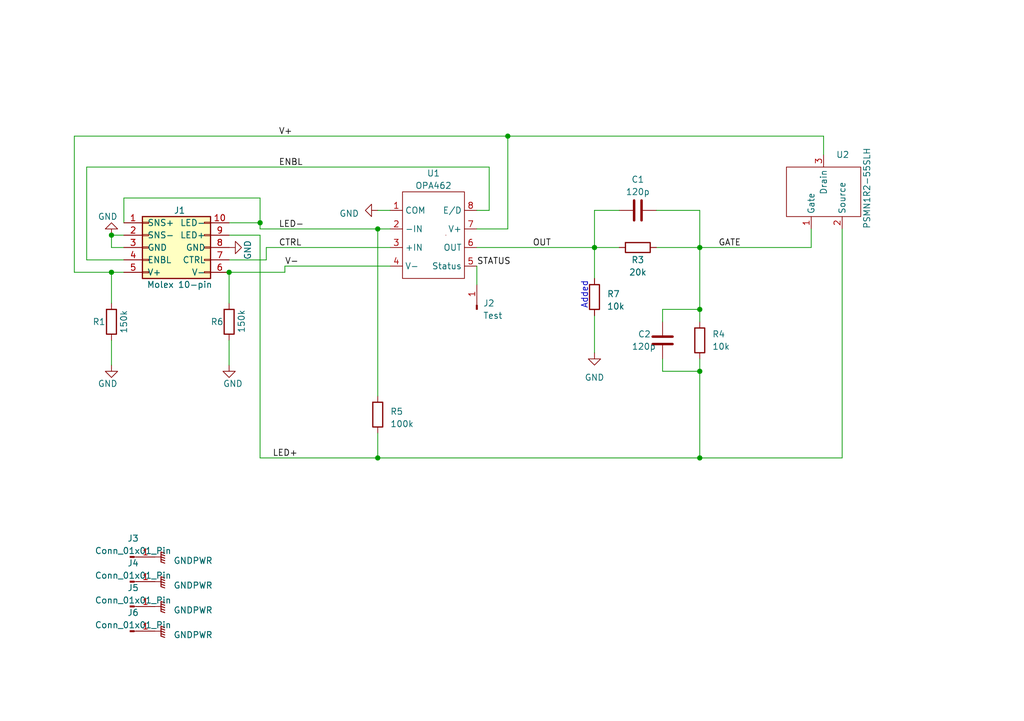
<source format=kicad_sch>
(kicad_sch (version 20230121) (generator eeschema)

  (uuid d8603679-3e7b-4337-8dbc-1827f5f54d8a)

  (paper "A5")

  (title_block
    (title "SBC LED driver")
    (date "2023-05-30")
    (rev "v2b")
    (company "SBC / Northwestern University")
    (comment 2 "Edited 20240305 with correct MOSFET and additional external resistor")
    (comment 3 "Modified by: Zhiheng Sheng")
    (comment 4 "Author: Shilin Ray")
  )

  (lib_symbols
    (symbol "Connector:Conn_01x01_Pin" (pin_names (offset 1.016) hide) (in_bom yes) (on_board yes)
      (property "Reference" "J" (at 0 2.54 0)
        (effects (font (size 1.27 1.27)))
      )
      (property "Value" "Conn_01x01_Pin" (at 0 -2.54 0)
        (effects (font (size 1.27 1.27)))
      )
      (property "Footprint" "" (at 0 0 0)
        (effects (font (size 1.27 1.27)) hide)
      )
      (property "Datasheet" "~" (at 0 0 0)
        (effects (font (size 1.27 1.27)) hide)
      )
      (property "ki_locked" "" (at 0 0 0)
        (effects (font (size 1.27 1.27)))
      )
      (property "ki_keywords" "connector" (at 0 0 0)
        (effects (font (size 1.27 1.27)) hide)
      )
      (property "ki_description" "Generic connector, single row, 01x01, script generated" (at 0 0 0)
        (effects (font (size 1.27 1.27)) hide)
      )
      (property "ki_fp_filters" "Connector*:*_1x??_*" (at 0 0 0)
        (effects (font (size 1.27 1.27)) hide)
      )
      (symbol "Conn_01x01_Pin_1_1"
        (polyline
          (pts
            (xy 1.27 0)
            (xy 0.8636 0)
          )
          (stroke (width 0.1524) (type default))
          (fill (type none))
        )
        (rectangle (start 0.8636 0.127) (end 0 -0.127)
          (stroke (width 0.1524) (type default))
          (fill (type outline))
        )
        (pin passive line (at 5.08 0 180) (length 3.81)
          (name "Pin_1" (effects (font (size 1.27 1.27))))
          (number "1" (effects (font (size 1.27 1.27))))
        )
      )
    )
    (symbol "Device:C" (pin_numbers hide) (pin_names (offset 0.254)) (in_bom yes) (on_board yes)
      (property "Reference" "C" (at 0.635 2.54 0)
        (effects (font (size 1.27 1.27)) (justify left))
      )
      (property "Value" "C" (at 0.635 -2.54 0)
        (effects (font (size 1.27 1.27)) (justify left))
      )
      (property "Footprint" "" (at 0.9652 -3.81 0)
        (effects (font (size 1.27 1.27)) hide)
      )
      (property "Datasheet" "~" (at 0 0 0)
        (effects (font (size 1.27 1.27)) hide)
      )
      (property "ki_keywords" "cap capacitor" (at 0 0 0)
        (effects (font (size 1.27 1.27)) hide)
      )
      (property "ki_description" "Unpolarized capacitor" (at 0 0 0)
        (effects (font (size 1.27 1.27)) hide)
      )
      (property "ki_fp_filters" "C_*" (at 0 0 0)
        (effects (font (size 1.27 1.27)) hide)
      )
      (symbol "C_0_1"
        (polyline
          (pts
            (xy -2.032 -0.762)
            (xy 2.032 -0.762)
          )
          (stroke (width 0.508) (type default))
          (fill (type none))
        )
        (polyline
          (pts
            (xy -2.032 0.762)
            (xy 2.032 0.762)
          )
          (stroke (width 0.508) (type default))
          (fill (type none))
        )
      )
      (symbol "C_1_1"
        (pin passive line (at 0 3.81 270) (length 2.794)
          (name "~" (effects (font (size 1.27 1.27))))
          (number "1" (effects (font (size 1.27 1.27))))
        )
        (pin passive line (at 0 -3.81 90) (length 2.794)
          (name "~" (effects (font (size 1.27 1.27))))
          (number "2" (effects (font (size 1.27 1.27))))
        )
      )
    )
    (symbol "Device:R" (pin_numbers hide) (pin_names (offset 0)) (in_bom yes) (on_board yes)
      (property "Reference" "R" (at 2.032 0 90)
        (effects (font (size 1.27 1.27)))
      )
      (property "Value" "R" (at 0 0 90)
        (effects (font (size 1.27 1.27)))
      )
      (property "Footprint" "" (at -1.778 0 90)
        (effects (font (size 1.27 1.27)) hide)
      )
      (property "Datasheet" "~" (at 0 0 0)
        (effects (font (size 1.27 1.27)) hide)
      )
      (property "ki_keywords" "R res resistor" (at 0 0 0)
        (effects (font (size 1.27 1.27)) hide)
      )
      (property "ki_description" "Resistor" (at 0 0 0)
        (effects (font (size 1.27 1.27)) hide)
      )
      (property "ki_fp_filters" "R_*" (at 0 0 0)
        (effects (font (size 1.27 1.27)) hide)
      )
      (symbol "R_0_1"
        (rectangle (start -1.016 -2.54) (end 1.016 2.54)
          (stroke (width 0.254) (type default))
          (fill (type none))
        )
      )
      (symbol "R_1_1"
        (pin passive line (at 0 3.81 270) (length 1.27)
          (name "~" (effects (font (size 1.27 1.27))))
          (number "1" (effects (font (size 1.27 1.27))))
        )
        (pin passive line (at 0 -3.81 90) (length 1.27)
          (name "~" (effects (font (size 1.27 1.27))))
          (number "2" (effects (font (size 1.27 1.27))))
        )
      )
    )
    (symbol "GND_1" (power) (pin_names (offset 0)) (in_bom yes) (on_board yes)
      (property "Reference" "#PWR" (at 0 -6.35 0)
        (effects (font (size 1.27 1.27)) hide)
      )
      (property "Value" "GND_1" (at 0 -3.81 0)
        (effects (font (size 1.27 1.27)))
      )
      (property "Footprint" "" (at 0 0 0)
        (effects (font (size 1.27 1.27)) hide)
      )
      (property "Datasheet" "" (at 0 0 0)
        (effects (font (size 1.27 1.27)) hide)
      )
      (property "ki_keywords" "global power" (at 0 0 0)
        (effects (font (size 1.27 1.27)) hide)
      )
      (property "ki_description" "Power symbol creates a global label with name \"GND\" , ground" (at 0 0 0)
        (effects (font (size 1.27 1.27)) hide)
      )
      (symbol "GND_1_0_1"
        (polyline
          (pts
            (xy 0 0)
            (xy 0 -1.27)
            (xy 1.27 -1.27)
            (xy 0 -2.54)
            (xy -1.27 -1.27)
            (xy 0 -1.27)
          )
          (stroke (width 0) (type default))
          (fill (type none))
        )
      )
      (symbol "GND_1_1_1"
        (pin power_in line (at 0 0 270) (length 0) hide
          (name "GND" (effects (font (size 1.27 1.27))))
          (number "1" (effects (font (size 1.27 1.27))))
        )
      )
    )
    (symbol "GND_2" (power) (pin_names (offset 0)) (in_bom yes) (on_board yes)
      (property "Reference" "#PWR" (at 0 -6.35 0)
        (effects (font (size 1.27 1.27)) hide)
      )
      (property "Value" "GND_2" (at 0 -3.81 0)
        (effects (font (size 1.27 1.27)))
      )
      (property "Footprint" "" (at 0 0 0)
        (effects (font (size 1.27 1.27)) hide)
      )
      (property "Datasheet" "" (at 0 0 0)
        (effects (font (size 1.27 1.27)) hide)
      )
      (property "ki_keywords" "global power" (at 0 0 0)
        (effects (font (size 1.27 1.27)) hide)
      )
      (property "ki_description" "Power symbol creates a global label with name \"GND\" , ground" (at 0 0 0)
        (effects (font (size 1.27 1.27)) hide)
      )
      (symbol "GND_2_0_1"
        (polyline
          (pts
            (xy 0 0)
            (xy 0 -1.27)
            (xy 1.27 -1.27)
            (xy 0 -2.54)
            (xy -1.27 -1.27)
            (xy 0 -1.27)
          )
          (stroke (width 0) (type default))
          (fill (type none))
        )
      )
      (symbol "GND_2_1_1"
        (pin power_in line (at 0 0 270) (length 0) hide
          (name "GND" (effects (font (size 1.27 1.27))))
          (number "1" (effects (font (size 1.27 1.27))))
        )
      )
    )
    (symbol "GND_3" (power) (pin_names (offset 0)) (in_bom yes) (on_board yes)
      (property "Reference" "#PWR" (at 0 -6.35 0)
        (effects (font (size 1.27 1.27)) hide)
      )
      (property "Value" "GND_3" (at 0 -3.81 0)
        (effects (font (size 1.27 1.27)))
      )
      (property "Footprint" "" (at 0 0 0)
        (effects (font (size 1.27 1.27)) hide)
      )
      (property "Datasheet" "" (at 0 0 0)
        (effects (font (size 1.27 1.27)) hide)
      )
      (property "ki_keywords" "global power" (at 0 0 0)
        (effects (font (size 1.27 1.27)) hide)
      )
      (property "ki_description" "Power symbol creates a global label with name \"GND\" , ground" (at 0 0 0)
        (effects (font (size 1.27 1.27)) hide)
      )
      (symbol "GND_3_0_1"
        (polyline
          (pts
            (xy 0 0)
            (xy 0 -1.27)
            (xy 1.27 -1.27)
            (xy 0 -2.54)
            (xy -1.27 -1.27)
            (xy 0 -1.27)
          )
          (stroke (width 0) (type default))
          (fill (type none))
        )
      )
      (symbol "GND_3_1_1"
        (pin power_in line (at 0 0 270) (length 0) hide
          (name "GND" (effects (font (size 1.27 1.27))))
          (number "1" (effects (font (size 1.27 1.27))))
        )
      )
    )
    (symbol "led_driver:BUK7S2R5-40H" (in_bom yes) (on_board yes)
      (property "Reference" "U2" (at -8.89 -16.51 90)
        (effects (font (size 1.27 1.27)) (justify left))
      )
      (property "Value" "BUK7S2R5-40H" (at 8.89 -22.86 90)
        (effects (font (size 1.27 1.27)) (justify left))
      )
      (property "Footprint" "Shilin's Footprints:BUK7S2R5-40H_footprint" (at 0 0 0)
        (effects (font (size 1.27 1.27)) hide)
      )
      (property "Datasheet" "" (at 0 0 0)
        (effects (font (size 1.27 1.27)) hide)
      )
      (symbol "BUK7S2R5-40H_0_1"
        (rectangle (start 7.62 -20.32) (end -7.62 -10.16)
          (stroke (width 0) (type default))
          (fill (type none))
        )
        (rectangle (start 7.62 -15.24) (end 7.62 -15.24)
          (stroke (width 0) (type default))
          (fill (type none))
        )
      )
      (symbol "BUK7S2R5-40H_1_1"
        (pin input line (at -2.54 -22.86 90) (length 2.54)
          (name "Gate" (effects (font (size 1.27 1.27))))
          (number "1" (effects (font (size 1.27 1.27))))
        )
        (pin input line (at 3.81 -22.86 90) (length 2.54)
          (name "Source" (effects (font (size 1.27 1.27))))
          (number "2" (effects (font (size 1.27 1.27))))
        )
        (pin input line (at 0 -7.62 270) (length 2.54)
          (name "Drain" (effects (font (size 1.27 1.27))))
          (number "3" (effects (font (size 1.27 1.27))))
        )
      )
    )
    (symbol "led_driver:Molex_10-pin" (pin_names (offset 1.016)) (in_bom yes) (on_board yes)
      (property "Reference" "J1" (at 6.35 7.62 0)
        (effects (font (size 1.27 1.27)))
      )
      (property "Value" "Molex 10-pin" (at 6.35 -7.62 0)
        (effects (font (size 1.27 1.27)))
      )
      (property "Footprint" "Connector_PinHeader_2.54mm:PinHeader_2x05_P2.54mm_Vertical" (at 2.54 12.7 0)
        (effects (font (size 1.27 1.27)) hide)
      )
      (property "Datasheet" "~" (at 10.16 10.16 0)
        (effects (font (size 1.27 1.27)) hide)
      )
      (property "ki_keywords" "connector" (at 0 0 0)
        (effects (font (size 1.27 1.27)) hide)
      )
      (property "ki_description" "Generic connector, double row, 02x05, counter clockwise pin numbering scheme (similar to DIP package numbering), script generated (kicad-library-utils/schlib/autogen/connector/)" (at 0 0 0)
        (effects (font (size 1.27 1.27)) hide)
      )
      (property "ki_fp_filters" "Connector*:*_2x??_*" (at 0 0 0)
        (effects (font (size 1.27 1.27)) hide)
      )
      (symbol "Molex_10-pin_1_1"
        (rectangle (start -1.27 -4.953) (end 0 -5.207)
          (stroke (width 0.1524) (type default))
          (fill (type none))
        )
        (rectangle (start -1.27 -2.413) (end 0 -2.667)
          (stroke (width 0.1524) (type default))
          (fill (type none))
        )
        (rectangle (start -1.27 0.127) (end 0 -0.127)
          (stroke (width 0.1524) (type default))
          (fill (type none))
        )
        (rectangle (start -1.27 2.667) (end 0 2.413)
          (stroke (width 0.1524) (type default))
          (fill (type none))
        )
        (rectangle (start -1.27 5.207) (end 0 4.953)
          (stroke (width 0.1524) (type default))
          (fill (type none))
        )
        (rectangle (start -1.27 6.35) (end 12.7 -6.35)
          (stroke (width 0.254) (type default))
          (fill (type background))
        )
        (rectangle (start 11.43 5.207) (end 12.7 4.953)
          (stroke (width 0.1524) (type default))
          (fill (type none))
        )
        (rectangle (start 12.7 -4.953) (end 11.43 -5.207)
          (stroke (width 0.1524) (type default))
          (fill (type none))
        )
        (rectangle (start 12.7 -2.413) (end 11.43 -2.667)
          (stroke (width 0.1524) (type default))
          (fill (type none))
        )
        (rectangle (start 12.7 0.127) (end 11.43 -0.127)
          (stroke (width 0.1524) (type default))
          (fill (type none))
        )
        (rectangle (start 12.7 2.667) (end 11.43 2.413)
          (stroke (width 0.1524) (type default))
          (fill (type none))
        )
        (pin passive line (at -5.08 5.08 0) (length 3.81)
          (name "SNS+" (effects (font (size 1.27 1.27))))
          (number "1" (effects (font (size 1.27 1.27))))
        )
        (pin passive line (at 16.51 5.08 180) (length 3.81)
          (name "LED-" (effects (font (size 1.27 1.27))))
          (number "10" (effects (font (size 1.27 1.27))))
        )
        (pin passive line (at -5.08 2.54 0) (length 3.81)
          (name "SNS-" (effects (font (size 1.27 1.27))))
          (number "2" (effects (font (size 1.27 1.27))))
        )
        (pin passive line (at -5.08 0 0) (length 3.81)
          (name "GND" (effects (font (size 1.27 1.27))))
          (number "3" (effects (font (size 1.27 1.27))))
        )
        (pin passive line (at -5.08 -2.54 0) (length 3.81)
          (name "ENBL" (effects (font (size 1.27 1.27))))
          (number "4" (effects (font (size 1.27 1.27))))
        )
        (pin passive line (at -5.08 -5.08 0) (length 3.81)
          (name "V+" (effects (font (size 1.27 1.27))))
          (number "5" (effects (font (size 1.27 1.27))))
        )
        (pin passive line (at 16.51 -5.08 180) (length 3.81)
          (name "V-" (effects (font (size 1.27 1.27))))
          (number "6" (effects (font (size 1.27 1.27))))
        )
        (pin passive line (at 16.51 -2.54 180) (length 3.81)
          (name "CTRL" (effects (font (size 1.27 1.27))))
          (number "7" (effects (font (size 1.27 1.27))))
        )
        (pin passive line (at 16.51 0 180) (length 3.81)
          (name "GND" (effects (font (size 1.27 1.27))))
          (number "8" (effects (font (size 1.27 1.27))))
        )
        (pin passive line (at 16.51 2.54 180) (length 3.81)
          (name "LED+" (effects (font (size 1.27 1.27))))
          (number "9" (effects (font (size 1.27 1.27))))
        )
      )
    )
    (symbol "led_driver:OPA462" (in_bom yes) (on_board yes)
      (property "Reference" "U1" (at -1.27 10.16 0)
        (effects (font (size 1.27 1.27)) (justify left))
      )
      (property "Value" "OPA462" (at -3.81 -10.16 0)
        (effects (font (size 1.27 1.27)) (justify left))
      )
      (property "Footprint" "Package_DIP:DIP-8_W7.62mm" (at -1.27 11.43 0)
        (effects (font (size 1.27 1.27)) hide)
      )
      (property "Datasheet" "" (at -1.27 11.43 0)
        (effects (font (size 1.27 1.27)) hide)
      )
      (symbol "OPA462_0_1"
        (rectangle (start -6.35 8.89) (end 6.35 -8.89)
          (stroke (width 0) (type default))
          (fill (type none))
        )
        (rectangle (start 2.54 0) (end 2.54 0)
          (stroke (width 0) (type default))
          (fill (type none))
        )
      )
      (symbol "OPA462_1_1"
        (pin input line (at -8.89 5.08 0) (length 2.54)
          (name "COM" (effects (font (size 1.27 1.27))))
          (number "1" (effects (font (size 1.27 1.27))))
        )
        (pin input line (at -8.89 1.27 0) (length 2.54)
          (name "-IN" (effects (font (size 1.27 1.27))))
          (number "2" (effects (font (size 1.27 1.27))))
        )
        (pin input line (at -8.89 -2.54 0) (length 2.54)
          (name "+IN" (effects (font (size 1.27 1.27))))
          (number "3" (effects (font (size 1.27 1.27))))
        )
        (pin input line (at -8.89 -6.35 0) (length 2.54)
          (name "V-" (effects (font (size 1.27 1.27))))
          (number "4" (effects (font (size 1.27 1.27))))
        )
        (pin output line (at 8.89 -6.35 180) (length 2.54)
          (name "Status" (effects (font (size 1.27 1.27))))
          (number "5" (effects (font (size 1.27 1.27))))
        )
        (pin output line (at 8.89 -2.54 180) (length 2.54)
          (name "OUT" (effects (font (size 1.27 1.27))))
          (number "6" (effects (font (size 1.27 1.27))))
        )
        (pin input line (at 8.89 1.27 180) (length 2.54)
          (name "V+" (effects (font (size 1.27 1.27))))
          (number "7" (effects (font (size 1.27 1.27))))
        )
        (pin input line (at 8.89 5.08 180) (length 2.54)
          (name "E/D" (effects (font (size 1.27 1.27))))
          (number "8" (effects (font (size 1.27 1.27))))
        )
      )
    )
    (symbol "power:GND" (power) (pin_names (offset 0)) (in_bom yes) (on_board yes)
      (property "Reference" "#PWR" (at 0 -6.35 0)
        (effects (font (size 1.27 1.27)) hide)
      )
      (property "Value" "GND" (at 0 -3.81 0)
        (effects (font (size 1.27 1.27)))
      )
      (property "Footprint" "" (at 0 0 0)
        (effects (font (size 1.27 1.27)) hide)
      )
      (property "Datasheet" "" (at 0 0 0)
        (effects (font (size 1.27 1.27)) hide)
      )
      (property "ki_keywords" "power-flag" (at 0 0 0)
        (effects (font (size 1.27 1.27)) hide)
      )
      (property "ki_description" "Power symbol creates a global label with name \"GND\" , ground" (at 0 0 0)
        (effects (font (size 1.27 1.27)) hide)
      )
      (symbol "GND_0_1"
        (polyline
          (pts
            (xy 0 0)
            (xy 0 -1.27)
            (xy 1.27 -1.27)
            (xy 0 -2.54)
            (xy -1.27 -1.27)
            (xy 0 -1.27)
          )
          (stroke (width 0) (type default))
          (fill (type none))
        )
      )
      (symbol "GND_1_1"
        (pin power_in line (at 0 0 270) (length 0) hide
          (name "GND" (effects (font (size 1.27 1.27))))
          (number "1" (effects (font (size 1.27 1.27))))
        )
      )
    )
    (symbol "power:GNDPWR" (power) (pin_names (offset 0)) (in_bom yes) (on_board yes)
      (property "Reference" "#PWR" (at 0 -5.08 0)
        (effects (font (size 1.27 1.27)) hide)
      )
      (property "Value" "GNDPWR" (at 0 -3.302 0)
        (effects (font (size 1.27 1.27)))
      )
      (property "Footprint" "" (at 0 -1.27 0)
        (effects (font (size 1.27 1.27)) hide)
      )
      (property "Datasheet" "" (at 0 -1.27 0)
        (effects (font (size 1.27 1.27)) hide)
      )
      (property "ki_keywords" "global ground" (at 0 0 0)
        (effects (font (size 1.27 1.27)) hide)
      )
      (property "ki_description" "Power symbol creates a global label with name \"GNDPWR\" , global ground" (at 0 0 0)
        (effects (font (size 1.27 1.27)) hide)
      )
      (symbol "GNDPWR_0_1"
        (polyline
          (pts
            (xy 0 -1.27)
            (xy 0 0)
          )
          (stroke (width 0) (type default))
          (fill (type none))
        )
        (polyline
          (pts
            (xy -1.016 -1.27)
            (xy -1.27 -2.032)
            (xy -1.27 -2.032)
          )
          (stroke (width 0.2032) (type default))
          (fill (type none))
        )
        (polyline
          (pts
            (xy -0.508 -1.27)
            (xy -0.762 -2.032)
            (xy -0.762 -2.032)
          )
          (stroke (width 0.2032) (type default))
          (fill (type none))
        )
        (polyline
          (pts
            (xy 0 -1.27)
            (xy -0.254 -2.032)
            (xy -0.254 -2.032)
          )
          (stroke (width 0.2032) (type default))
          (fill (type none))
        )
        (polyline
          (pts
            (xy 0.508 -1.27)
            (xy 0.254 -2.032)
            (xy 0.254 -2.032)
          )
          (stroke (width 0.2032) (type default))
          (fill (type none))
        )
        (polyline
          (pts
            (xy 1.016 -1.27)
            (xy -1.016 -1.27)
            (xy -1.016 -1.27)
          )
          (stroke (width 0.2032) (type default))
          (fill (type none))
        )
        (polyline
          (pts
            (xy 1.016 -1.27)
            (xy 0.762 -2.032)
            (xy 0.762 -2.032)
            (xy 0.762 -2.032)
          )
          (stroke (width 0.2032) (type default))
          (fill (type none))
        )
      )
      (symbol "GNDPWR_1_1"
        (pin power_in line (at 0 0 270) (length 0) hide
          (name "GNDPWR" (effects (font (size 1.27 1.27))))
          (number "1" (effects (font (size 1.27 1.27))))
        )
      )
    )
  )

  (junction (at 77.47 93.98) (diameter 0) (color 0 0 0 0)
    (uuid 003cc447-1c1d-406e-a962-936b3b8c0710)
  )
  (junction (at 143.51 63.5) (diameter 0) (color 0 0 0 0)
    (uuid 04c02153-1d96-4313-a3d0-76a27ba42d0b)
  )
  (junction (at 104.14 27.94) (diameter 0) (color 0 0 0 0)
    (uuid 0eab2ac8-8a01-48f2-b444-46045b54eb1f)
  )
  (junction (at 53.34 45.72) (diameter 0) (color 0 0 0 0)
    (uuid 14e984f5-6464-4cf3-839c-db73bb4b4f5b)
  )
  (junction (at 121.92 50.8) (diameter 0) (color 0 0 0 0)
    (uuid 27adf215-7e27-42c6-ae6e-f75fc00af2cc)
  )
  (junction (at 46.99 55.88) (diameter 0) (color 0 0 0 0)
    (uuid 2e17413f-5cc8-4446-bbfd-1453d367f167)
  )
  (junction (at 22.86 48.26) (diameter 0) (color 0 0 0 0)
    (uuid 2f32950e-d965-4343-a466-fa6c1c90c5eb)
  )
  (junction (at 143.51 76.2) (diameter 0) (color 0 0 0 0)
    (uuid 4aac2fa0-7a30-4abd-a696-ab4ad4f29a5d)
  )
  (junction (at 143.51 50.8) (diameter 0) (color 0 0 0 0)
    (uuid 8d7d2373-60ba-4d90-a1f1-dde72fa16a6d)
  )
  (junction (at 143.51 93.98) (diameter 0) (color 0 0 0 0)
    (uuid 8f1772a3-94ce-4335-a71d-3aefa5dc3ab1)
  )
  (junction (at 77.47 46.99) (diameter 0) (color 0 0 0 0)
    (uuid 9d7995a2-557e-4a89-aba6-71638101ceb9)
  )
  (junction (at 22.86 55.88) (diameter 0) (color 0 0 0 0)
    (uuid c3f5ae0b-30cd-4460-9cf9-8eec08588a39)
  )

  (wire (pts (xy 22.86 48.26) (xy 22.86 50.8))
    (stroke (width 0) (type default))
    (uuid 0110f4a6-14f3-40bc-8ea6-507f8f638664)
  )
  (wire (pts (xy 134.62 50.8) (xy 143.51 50.8))
    (stroke (width 0) (type default))
    (uuid 0aa65edb-4f0d-4bf0-91d5-f4aa1686a9e1)
  )
  (wire (pts (xy 143.51 63.5) (xy 143.51 66.04))
    (stroke (width 0) (type default))
    (uuid 0aca6133-97e1-45cf-b989-dda6059d67a3)
  )
  (wire (pts (xy 104.14 27.94) (xy 168.91 27.94))
    (stroke (width 0) (type default))
    (uuid 0b689b65-c391-4a27-98c1-80c586565439)
  )
  (wire (pts (xy 104.14 46.99) (xy 97.79 46.99))
    (stroke (width 0) (type default))
    (uuid 0d7577cc-1a80-4ac4-90b7-bf76e3aa4ffe)
  )
  (wire (pts (xy 77.47 46.99) (xy 80.01 46.99))
    (stroke (width 0) (type default))
    (uuid 0f2ca3fd-9c5a-48a1-8f27-6bea857e4274)
  )
  (wire (pts (xy 168.91 27.94) (xy 168.91 31.75))
    (stroke (width 0) (type default))
    (uuid 12f0470f-920e-4f9d-8c70-e2480362ab3c)
  )
  (wire (pts (xy 22.86 69.85) (xy 22.86 74.93))
    (stroke (width 0) (type default))
    (uuid 12fc4ffa-4118-4602-94f8-0d92b76676d8)
  )
  (wire (pts (xy 25.4 48.26) (xy 22.86 48.26))
    (stroke (width 0) (type default))
    (uuid 130153f4-fea5-4025-b31d-59e0cf7ed734)
  )
  (wire (pts (xy 53.34 40.64) (xy 53.34 45.72))
    (stroke (width 0) (type default))
    (uuid 13096a88-9d6a-4200-94a7-0d419407fe1f)
  )
  (wire (pts (xy 22.86 50.8) (xy 25.4 50.8))
    (stroke (width 0) (type default))
    (uuid 196869a8-07ea-4f79-8db7-f3b9aed2d25c)
  )
  (wire (pts (xy 127 43.18) (xy 121.92 43.18))
    (stroke (width 0) (type default))
    (uuid 1af6b51b-8966-4e4f-ae30-a59f28db114d)
  )
  (wire (pts (xy 143.51 93.98) (xy 172.72 93.98))
    (stroke (width 0) (type default))
    (uuid 1b80234e-5b90-4dab-af78-7ab1e6054ece)
  )
  (wire (pts (xy 135.89 73.66) (xy 135.89 76.2))
    (stroke (width 0) (type default))
    (uuid 1eb0d859-43d8-40ab-8b57-d3132c69ed38)
  )
  (wire (pts (xy 143.51 50.8) (xy 166.37 50.8))
    (stroke (width 0) (type default))
    (uuid 22d0d422-9e14-4280-b4de-56a40b7ad139)
  )
  (wire (pts (xy 135.89 76.2) (xy 143.51 76.2))
    (stroke (width 0) (type default))
    (uuid 27876484-bf65-4353-9cfc-5152b474cf15)
  )
  (wire (pts (xy 25.4 53.34) (xy 17.78 53.34))
    (stroke (width 0) (type default))
    (uuid 286390ba-c31e-41d0-a603-36fae7815b6b)
  )
  (wire (pts (xy 53.34 93.98) (xy 77.47 93.98))
    (stroke (width 0) (type default))
    (uuid 2b644c47-ca9b-494d-abda-c459f1dbfb53)
  )
  (wire (pts (xy 53.34 45.72) (xy 53.34 46.99))
    (stroke (width 0) (type default))
    (uuid 2bd9f86a-b625-4fc5-b4aa-ad1a38ebd6e5)
  )
  (wire (pts (xy 53.34 48.26) (xy 53.34 93.98))
    (stroke (width 0) (type default))
    (uuid 3752d535-d32a-4a84-8176-d43993c0840b)
  )
  (wire (pts (xy 121.92 50.8) (xy 127 50.8))
    (stroke (width 0) (type default))
    (uuid 376a30cd-cc02-4141-baf5-e4e6272848a6)
  )
  (wire (pts (xy 54.61 50.8) (xy 80.01 50.8))
    (stroke (width 0) (type default))
    (uuid 37e2715a-c44c-45a9-a727-877663f0b43f)
  )
  (wire (pts (xy 46.99 45.72) (xy 53.34 45.72))
    (stroke (width 0) (type default))
    (uuid 38753af3-e2c7-4ca1-9961-16f09c746312)
  )
  (wire (pts (xy 77.47 46.99) (xy 77.47 81.28))
    (stroke (width 0) (type default))
    (uuid 3a5a3365-a14b-445e-9b33-12ee6181dd73)
  )
  (wire (pts (xy 25.4 45.72) (xy 25.4 40.64))
    (stroke (width 0) (type default))
    (uuid 46425ae6-4e6a-483d-a4b7-80ba5167b0a1)
  )
  (wire (pts (xy 46.99 69.85) (xy 46.99 74.93))
    (stroke (width 0) (type default))
    (uuid 579bfd9a-6e11-4fc5-afa7-6ca4ca261a9e)
  )
  (wire (pts (xy 46.99 48.26) (xy 53.34 48.26))
    (stroke (width 0) (type default))
    (uuid 5a7060ec-502a-4981-a4fd-94f855c57655)
  )
  (wire (pts (xy 134.62 43.18) (xy 143.51 43.18))
    (stroke (width 0) (type default))
    (uuid 5be074da-eed1-4920-a00c-4840888cb75b)
  )
  (wire (pts (xy 77.47 88.9) (xy 77.47 93.98))
    (stroke (width 0) (type default))
    (uuid 5d8be295-186b-40cc-8c88-af3c67500bb7)
  )
  (wire (pts (xy 166.37 46.99) (xy 166.37 50.8))
    (stroke (width 0) (type default))
    (uuid 6c82b1bf-5384-4944-9f15-f6861d96a550)
  )
  (wire (pts (xy 77.47 93.98) (xy 143.51 93.98))
    (stroke (width 0) (type default))
    (uuid 73539de0-be64-4b16-887f-e96e8b3bac31)
  )
  (wire (pts (xy 53.34 46.99) (xy 77.47 46.99))
    (stroke (width 0) (type default))
    (uuid 7424f5ec-38ab-4c3b-8a67-e66fd863a30d)
  )
  (wire (pts (xy 58.42 54.61) (xy 80.01 54.61))
    (stroke (width 0) (type default))
    (uuid 787af614-0a38-4af0-ae3e-b34e60c5d19b)
  )
  (wire (pts (xy 15.24 27.94) (xy 104.14 27.94))
    (stroke (width 0) (type default))
    (uuid 7f57b5eb-42cd-4330-ace1-1eca620ab688)
  )
  (wire (pts (xy 143.51 73.66) (xy 143.51 76.2))
    (stroke (width 0) (type default))
    (uuid 81cfc3ea-f2de-4889-9d21-9b062efe8ee6)
  )
  (wire (pts (xy 15.24 55.88) (xy 22.86 55.88))
    (stroke (width 0) (type default))
    (uuid 82d1c675-991b-4033-a0d2-f07cda536a2b)
  )
  (wire (pts (xy 97.79 54.61) (xy 97.79 58.42))
    (stroke (width 0) (type default))
    (uuid 835e010f-a3d1-4423-9e13-1ee78e94b455)
  )
  (wire (pts (xy 121.92 43.18) (xy 121.92 50.8))
    (stroke (width 0) (type default))
    (uuid 848d3a1b-a842-4aff-9e4f-dace7ad296b5)
  )
  (wire (pts (xy 135.89 63.5) (xy 143.51 63.5))
    (stroke (width 0) (type default))
    (uuid 88fc97ef-9f27-4756-ad3c-009a54206992)
  )
  (wire (pts (xy 54.61 53.34) (xy 54.61 50.8))
    (stroke (width 0) (type default))
    (uuid 91d0768f-167a-48a1-b577-c674ce8d45b1)
  )
  (wire (pts (xy 97.79 50.8) (xy 121.92 50.8))
    (stroke (width 0) (type default))
    (uuid 944d32a2-6efe-4b52-bb0c-b0a741677e8a)
  )
  (wire (pts (xy 97.79 43.18) (xy 100.33 43.18))
    (stroke (width 0) (type default))
    (uuid 9782c4a7-fbeb-488e-b1b3-f6b7b69a828e)
  )
  (wire (pts (xy 104.14 27.94) (xy 104.14 46.99))
    (stroke (width 0) (type default))
    (uuid 9f9b41e8-49c3-4183-b9b4-22986cb6c969)
  )
  (wire (pts (xy 17.78 34.29) (xy 100.33 34.29))
    (stroke (width 0) (type default))
    (uuid adf9b72a-28ea-4973-bacb-0d390ba47c03)
  )
  (wire (pts (xy 46.99 53.34) (xy 54.61 53.34))
    (stroke (width 0) (type default))
    (uuid b52c23be-08c5-4905-bc4f-9ad49db77aff)
  )
  (wire (pts (xy 46.99 55.88) (xy 46.99 62.23))
    (stroke (width 0) (type default))
    (uuid b6b34c7d-fbd7-4e9c-a6a9-bedd4ef4dd24)
  )
  (wire (pts (xy 77.47 43.18) (xy 80.01 43.18))
    (stroke (width 0) (type default))
    (uuid bbb61bd7-5803-4404-8df1-7fc3edd7fbad)
  )
  (wire (pts (xy 100.33 43.18) (xy 100.33 34.29))
    (stroke (width 0) (type default))
    (uuid bc165b92-b5a7-483a-a85a-0a5814dc4b4b)
  )
  (wire (pts (xy 143.51 50.8) (xy 143.51 63.5))
    (stroke (width 0) (type default))
    (uuid bc5371fa-eaa8-4f22-b58a-411fbab27af2)
  )
  (wire (pts (xy 46.99 55.88) (xy 58.42 55.88))
    (stroke (width 0) (type default))
    (uuid be0b1285-a809-4d51-b3a4-5611cf952618)
  )
  (wire (pts (xy 172.72 46.99) (xy 172.72 93.98))
    (stroke (width 0) (type default))
    (uuid c0ae34f2-58a4-4cb8-be09-8fbf45f365a8)
  )
  (wire (pts (xy 143.51 43.18) (xy 143.51 50.8))
    (stroke (width 0) (type default))
    (uuid d06a2737-cb82-4c5a-ae93-3c78ccef151e)
  )
  (wire (pts (xy 121.92 64.77) (xy 121.92 72.39))
    (stroke (width 0) (type default))
    (uuid da00fc73-43ed-40a2-821f-b0b8872e4952)
  )
  (wire (pts (xy 22.86 55.88) (xy 22.86 62.23))
    (stroke (width 0) (type default))
    (uuid dd8e2a40-34ae-4ad2-9d6c-f4f8c06443ce)
  )
  (wire (pts (xy 22.86 55.88) (xy 25.4 55.88))
    (stroke (width 0) (type default))
    (uuid e3a6a29a-86c4-4b91-be87-2cd7d75d28eb)
  )
  (wire (pts (xy 121.92 50.8) (xy 121.92 57.15))
    (stroke (width 0) (type default))
    (uuid e760b9e1-087e-481d-8ff8-eb9d10080665)
  )
  (wire (pts (xy 143.51 76.2) (xy 143.51 93.98))
    (stroke (width 0) (type default))
    (uuid e8aaf487-a843-420f-a5f4-dcba279d6031)
  )
  (wire (pts (xy 15.24 27.94) (xy 15.24 55.88))
    (stroke (width 0) (type default))
    (uuid ee26d6b7-f1b4-4038-b126-ac73e6121391)
  )
  (wire (pts (xy 25.4 40.64) (xy 53.34 40.64))
    (stroke (width 0) (type default))
    (uuid f2f79847-33d8-400c-b9b0-89db771f2411)
  )
  (wire (pts (xy 17.78 53.34) (xy 17.78 34.29))
    (stroke (width 0) (type default))
    (uuid faedd5a4-12dd-496c-a440-862970e11cb4)
  )
  (wire (pts (xy 58.42 55.88) (xy 58.42 54.61))
    (stroke (width 0) (type default))
    (uuid fc0eeb47-7185-4a24-a3c4-45c05258a477)
  )
  (wire (pts (xy 135.89 66.04) (xy 135.89 63.5))
    (stroke (width 0) (type default))
    (uuid fdccc731-d0df-4fcd-9099-34b42f6fe547)
  )

  (text "Added" (at 120.65 63.5 90)
    (effects (font (size 1.27 1.27)) (justify left bottom))
    (uuid 8b6c2e55-cfe7-4504-a401-c6b726374e6b)
  )

  (label "LED-" (at 57.15 46.99 0) (fields_autoplaced)
    (effects (font (size 1.27 1.27)) (justify left bottom))
    (uuid 31f25d40-832f-4622-85b3-3809363ef965)
  )
  (label "GATE" (at 147.32 50.8 0) (fields_autoplaced)
    (effects (font (size 1.27 1.27)) (justify left bottom))
    (uuid 32192030-4525-4dcd-a317-fcdca050b8a3)
  )
  (label "ENBL" (at 57.15 34.29 0) (fields_autoplaced)
    (effects (font (size 1.27 1.27)) (justify left bottom))
    (uuid 82e70889-6196-420d-9114-1262f770116f)
  )
  (label "V-" (at 58.42 54.61 0) (fields_autoplaced)
    (effects (font (size 1.27 1.27)) (justify left bottom))
    (uuid 89d21413-e822-4c9d-a65b-04bc90c75fbe)
  )
  (label "CTRL" (at 57.15 50.8 0) (fields_autoplaced)
    (effects (font (size 1.27 1.27)) (justify left bottom))
    (uuid 94433f10-8ba0-480d-bd33-bff96e1ea05f)
  )
  (label "STATUS" (at 97.79 54.61 0) (fields_autoplaced)
    (effects (font (size 1.27 1.27)) (justify left bottom))
    (uuid 98e12ed7-ed58-422e-8e9b-b88eddaba118)
  )
  (label "V+" (at 57.15 27.94 0) (fields_autoplaced)
    (effects (font (size 1.27 1.27)) (justify left bottom))
    (uuid d60ca66f-ae4a-4266-a679-3048dbc5e6cf)
  )
  (label "OUT" (at 109.22 50.8 0) (fields_autoplaced)
    (effects (font (size 1.27 1.27)) (justify left bottom))
    (uuid e6a176e6-c2d7-4f5f-895b-14c9255ed446)
  )
  (label "LED+" (at 55.88 93.98 0) (fields_autoplaced)
    (effects (font (size 1.27 1.27)) (justify left bottom))
    (uuid fdee1845-a8f0-4c8e-92d2-45d53295ad63)
  )

  (symbol (lib_id "Connector:Conn_01x01_Pin") (at 97.79 63.5 90) (unit 1)
    (in_bom yes) (on_board yes) (dnp no) (fields_autoplaced)
    (uuid 1aa19ec1-6f1d-462f-8acc-c9241f3c754f)
    (property "Reference" "J2" (at 99.06 62.23 90)
      (effects (font (size 1.27 1.27)) (justify right))
    )
    (property "Value" "Test" (at 99.06 64.77 90)
      (effects (font (size 1.27 1.27)) (justify right))
    )
    (property "Footprint" "TestPoint:TestPoint_Pad_2.0x2.0mm" (at 97.79 63.5 0)
      (effects (font (size 1.27 1.27)) hide)
    )
    (property "Datasheet" "~" (at 97.79 63.5 0)
      (effects (font (size 1.27 1.27)) hide)
    )
    (pin "1" (uuid ad0cf825-5caf-4d1c-bb51-9a5838d317a7))
    (instances
      (project "LED Driver"
        (path "/d8603679-3e7b-4337-8dbc-1827f5f54d8a"
          (reference "J2") (unit 1)
        )
      )
    )
  )

  (symbol (lib_id "Device:C") (at 130.81 43.18 90) (unit 1)
    (in_bom yes) (on_board yes) (dnp no)
    (uuid 1dd36f65-ed15-4abf-87ea-f25071a350d9)
    (property "Reference" "C1" (at 130.81 36.83 90)
      (effects (font (size 1.27 1.27)))
    )
    (property "Value" "120p" (at 130.81 39.37 90)
      (effects (font (size 1.27 1.27)))
    )
    (property "Footprint" "Capacitor_THT:C_Disc_D7.0mm_W2.5mm_P5.00mm" (at 134.62 42.2148 0)
      (effects (font (size 1.27 1.27)) hide)
    )
    (property "Datasheet" "~" (at 130.81 43.18 0)
      (effects (font (size 1.27 1.27)) hide)
    )
    (pin "1" (uuid 7c239421-0ca0-4d78-b32c-940aa174322b))
    (pin "2" (uuid 51691e97-82ef-4c43-9bc3-71a96fac5c28))
    (instances
      (project "LED Driver"
        (path "/d8603679-3e7b-4337-8dbc-1827f5f54d8a"
          (reference "C1") (unit 1)
        )
      )
    )
  )

  (symbol (lib_name "GND_1") (lib_id "power:GND") (at 46.99 50.8 90) (unit 1)
    (in_bom yes) (on_board yes) (dnp no)
    (uuid 2d58d739-20eb-4a57-aee3-916cffef3f17)
    (property "Reference" "#PWR04" (at 53.34 50.8 0)
      (effects (font (size 1.27 1.27)) hide)
    )
    (property "Value" "GND" (at 50.8 53.34 0)
      (effects (font (size 1.27 1.27)) (justify left))
    )
    (property "Footprint" "" (at 46.99 50.8 0)
      (effects (font (size 1.27 1.27)) hide)
    )
    (property "Datasheet" "" (at 46.99 50.8 0)
      (effects (font (size 1.27 1.27)) hide)
    )
    (pin "1" (uuid c5acf70e-4599-4c9b-8745-f6afddd52e28))
    (instances
      (project "LED Driver"
        (path "/d8603679-3e7b-4337-8dbc-1827f5f54d8a"
          (reference "#PWR04") (unit 1)
        )
      )
    )
  )

  (symbol (lib_id "Device:R") (at 143.51 69.85 180) (unit 1)
    (in_bom yes) (on_board yes) (dnp no) (fields_autoplaced)
    (uuid 3007e439-fb19-4bcd-a4f3-a7bf6c6c572a)
    (property "Reference" "R4" (at 146.05 68.5799 0)
      (effects (font (size 1.27 1.27)) (justify right))
    )
    (property "Value" "10k" (at 146.05 71.1199 0)
      (effects (font (size 1.27 1.27)) (justify right))
    )
    (property "Footprint" "Resistor_THT:R_Axial_DIN0207_L6.3mm_D2.5mm_P10.16mm_Horizontal" (at 145.288 69.85 90)
      (effects (font (size 1.27 1.27)) hide)
    )
    (property "Datasheet" "~" (at 143.51 69.85 0)
      (effects (font (size 1.27 1.27)) hide)
    )
    (pin "1" (uuid 096fd1b0-6cc0-4eae-b03f-33b0d6d653a4))
    (pin "2" (uuid 7bfcb944-b789-4f8b-aff5-66a1f25179af))
    (instances
      (project "LED Driver"
        (path "/d8603679-3e7b-4337-8dbc-1827f5f54d8a"
          (reference "R4") (unit 1)
        )
      )
    )
  )

  (symbol (lib_id "Device:C") (at 135.89 69.85 180) (unit 1)
    (in_bom yes) (on_board yes) (dnp no)
    (uuid 30b4d475-22f6-49e8-a395-6eaa9e98119b)
    (property "Reference" "C2" (at 130.81 68.58 0)
      (effects (font (size 1.27 1.27)) (justify right))
    )
    (property "Value" "120p" (at 129.54 71.12 0)
      (effects (font (size 1.27 1.27)) (justify right))
    )
    (property "Footprint" "Capacitor_THT:C_Disc_D7.0mm_W2.5mm_P5.00mm" (at 134.9248 66.04 0)
      (effects (font (size 1.27 1.27)) hide)
    )
    (property "Datasheet" "~" (at 135.89 69.85 0)
      (effects (font (size 1.27 1.27)) hide)
    )
    (pin "1" (uuid 061bad8b-4d04-484c-8c94-4dc2f35e21c8))
    (pin "2" (uuid 8340aee0-0b1e-43c7-8742-2b65859d6564))
    (instances
      (project "LED Driver"
        (path "/d8603679-3e7b-4337-8dbc-1827f5f54d8a"
          (reference "C2") (unit 1)
        )
      )
    )
  )

  (symbol (lib_id "power:GNDPWR") (at 31.75 124.46 90) (unit 1)
    (in_bom yes) (on_board yes) (dnp no) (fields_autoplaced)
    (uuid 3c4eceb4-57cf-42fb-800d-ed2436da8cac)
    (property "Reference" "#PWR08" (at 36.83 124.46 0)
      (effects (font (size 1.27 1.27)) hide)
    )
    (property "Value" "GNDPWR" (at 35.56 125.222 90)
      (effects (font (size 1.27 1.27)) (justify right))
    )
    (property "Footprint" "" (at 33.02 124.46 0)
      (effects (font (size 1.27 1.27)) hide)
    )
    (property "Datasheet" "" (at 33.02 124.46 0)
      (effects (font (size 1.27 1.27)) hide)
    )
    (pin "1" (uuid f2b09d75-4f47-473e-a2d3-2f2fb66ccdb4))
    (instances
      (project "LED Driver"
        (path "/d8603679-3e7b-4337-8dbc-1827f5f54d8a"
          (reference "#PWR08") (unit 1)
        )
      )
    )
  )

  (symbol (lib_id "Device:R") (at 22.86 66.04 180) (unit 1)
    (in_bom yes) (on_board yes) (dnp no)
    (uuid 4d3f7e9e-a1eb-435e-8968-8aca085e8edc)
    (property "Reference" "R1" (at 20.32 66.04 0)
      (effects (font (size 1.27 1.27)))
    )
    (property "Value" "150k" (at 25.4 66.04 90)
      (effects (font (size 1.27 1.27)))
    )
    (property "Footprint" "Resistor_THT:R_Axial_DIN0207_L6.3mm_D2.5mm_P10.16mm_Horizontal" (at 24.638 66.04 90)
      (effects (font (size 1.27 1.27)) hide)
    )
    (property "Datasheet" "~" (at 22.86 66.04 0)
      (effects (font (size 1.27 1.27)) hide)
    )
    (pin "1" (uuid 8e423461-ed6e-42a9-9133-24fd1a9213d9))
    (pin "2" (uuid 37b85a78-2b96-45f1-9436-17f2c308c9bc))
    (instances
      (project "LED Driver"
        (path "/d8603679-3e7b-4337-8dbc-1827f5f54d8a"
          (reference "R1") (unit 1)
        )
      )
    )
  )

  (symbol (lib_id "led_driver:OPA462") (at 88.9 48.26 0) (unit 1)
    (in_bom yes) (on_board yes) (dnp no) (fields_autoplaced)
    (uuid 507afc6e-83ee-4908-9fb5-2aeefd74d253)
    (property "Reference" "U1" (at 88.9 35.56 0)
      (effects (font (size 1.27 1.27)))
    )
    (property "Value" "OPA462" (at 88.9 38.1 0)
      (effects (font (size 1.27 1.27)))
    )
    (property "Footprint" "Package_DIP:DIP-8_W7.62mm" (at 87.63 36.83 0)
      (effects (font (size 1.27 1.27)) hide)
    )
    (property "Datasheet" "" (at 87.63 36.83 0)
      (effects (font (size 1.27 1.27)) hide)
    )
    (pin "1" (uuid 55b6e67a-8485-4023-89a7-91bb9cc228f4))
    (pin "2" (uuid dc467191-2fe7-4452-a8ee-df64effee24c))
    (pin "3" (uuid 423d822b-1b50-49df-b686-ee47b5e0e02d))
    (pin "4" (uuid 70a2b5d0-8386-4fa3-bc12-f3bcc285bc65))
    (pin "5" (uuid ace549d9-d0ee-4618-a37b-c5fe3f162ce3))
    (pin "6" (uuid 8e9d3dee-d604-4536-86dc-042263890f0d))
    (pin "7" (uuid f90a16d9-280f-4bfb-9fa5-ddc79a466076))
    (pin "8" (uuid d8fb28f2-20fe-4738-bc66-45cad4aaebab))
    (instances
      (project "LED Driver"
        (path "/d8603679-3e7b-4337-8dbc-1827f5f54d8a"
          (reference "U1") (unit 1)
        )
      )
    )
  )

  (symbol (lib_id "Connector:Conn_01x01_Pin") (at 26.67 114.3 0) (unit 1)
    (in_bom yes) (on_board yes) (dnp no) (fields_autoplaced)
    (uuid 5289b577-9f5e-4800-8824-ae5cbcbfab4a)
    (property "Reference" "J3" (at 27.305 110.49 0)
      (effects (font (size 1.27 1.27)))
    )
    (property "Value" "Conn_01x01_Pin" (at 27.305 113.03 0)
      (effects (font (size 1.27 1.27)))
    )
    (property "Footprint" "MountingHole:MountingHole_3.2mm_M3_DIN965_Pad" (at 26.67 114.3 0)
      (effects (font (size 1.27 1.27)) hide)
    )
    (property "Datasheet" "~" (at 26.67 114.3 0)
      (effects (font (size 1.27 1.27)) hide)
    )
    (pin "1" (uuid b9d60eb6-df6e-4b33-a851-0ab4b799f419))
    (instances
      (project "LED Driver"
        (path "/d8603679-3e7b-4337-8dbc-1827f5f54d8a"
          (reference "J3") (unit 1)
        )
      )
    )
  )

  (symbol (lib_id "Connector:Conn_01x01_Pin") (at 26.67 124.46 0) (unit 1)
    (in_bom yes) (on_board yes) (dnp no) (fields_autoplaced)
    (uuid 61626ee9-9dbb-4b9a-974a-181be50f4ea1)
    (property "Reference" "J5" (at 27.305 120.65 0)
      (effects (font (size 1.27 1.27)))
    )
    (property "Value" "Conn_01x01_Pin" (at 27.305 123.19 0)
      (effects (font (size 1.27 1.27)))
    )
    (property "Footprint" "MountingHole:MountingHole_3.2mm_M3_DIN965_Pad" (at 26.67 124.46 0)
      (effects (font (size 1.27 1.27)) hide)
    )
    (property "Datasheet" "~" (at 26.67 124.46 0)
      (effects (font (size 1.27 1.27)) hide)
    )
    (pin "1" (uuid 0a6df463-8d45-4efe-a485-4cdf2e3bc4dd))
    (instances
      (project "LED Driver"
        (path "/d8603679-3e7b-4337-8dbc-1827f5f54d8a"
          (reference "J5") (unit 1)
        )
      )
    )
  )

  (symbol (lib_name "GND_1") (lib_id "power:GND") (at 46.99 74.93 0) (unit 1)
    (in_bom yes) (on_board yes) (dnp no)
    (uuid 685ccf4d-8104-4055-855c-b9a4d67c240e)
    (property "Reference" "#PWR05" (at 46.99 81.28 0)
      (effects (font (size 1.27 1.27)) hide)
    )
    (property "Value" "GND" (at 45.72 78.74 0)
      (effects (font (size 1.27 1.27)) (justify left))
    )
    (property "Footprint" "" (at 46.99 74.93 0)
      (effects (font (size 1.27 1.27)) hide)
    )
    (property "Datasheet" "" (at 46.99 74.93 0)
      (effects (font (size 1.27 1.27)) hide)
    )
    (pin "1" (uuid f36f5f61-85eb-4376-934f-cb827392467a))
    (instances
      (project "LED Driver"
        (path "/d8603679-3e7b-4337-8dbc-1827f5f54d8a"
          (reference "#PWR05") (unit 1)
        )
      )
    )
  )

  (symbol (lib_id "power:GNDPWR") (at 31.75 129.54 90) (unit 1)
    (in_bom yes) (on_board yes) (dnp no) (fields_autoplaced)
    (uuid 72572a65-2b11-4dac-9632-1d83fd2321e7)
    (property "Reference" "#PWR09" (at 36.83 129.54 0)
      (effects (font (size 1.27 1.27)) hide)
    )
    (property "Value" "GNDPWR" (at 35.56 130.302 90)
      (effects (font (size 1.27 1.27)) (justify right))
    )
    (property "Footprint" "" (at 33.02 129.54 0)
      (effects (font (size 1.27 1.27)) hide)
    )
    (property "Datasheet" "" (at 33.02 129.54 0)
      (effects (font (size 1.27 1.27)) hide)
    )
    (pin "1" (uuid c2bc788e-83b0-4593-a857-238efa16b1d7))
    (instances
      (project "LED Driver"
        (path "/d8603679-3e7b-4337-8dbc-1827f5f54d8a"
          (reference "#PWR09") (unit 1)
        )
      )
    )
  )

  (symbol (lib_id "Device:R") (at 130.81 50.8 270) (unit 1)
    (in_bom yes) (on_board yes) (dnp no)
    (uuid 7e8c3938-1b1b-4c04-84eb-754a690e05bb)
    (property "Reference" "R3" (at 130.81 53.34 90)
      (effects (font (size 1.27 1.27)))
    )
    (property "Value" "20k" (at 130.81 55.88 90)
      (effects (font (size 1.27 1.27)))
    )
    (property "Footprint" "Resistor_THT:R_Axial_DIN0207_L6.3mm_D2.5mm_P10.16mm_Horizontal" (at 130.81 49.022 90)
      (effects (font (size 1.27 1.27)) hide)
    )
    (property "Datasheet" "~" (at 130.81 50.8 0)
      (effects (font (size 1.27 1.27)) hide)
    )
    (pin "1" (uuid ca2c5000-1e51-420d-b423-fc02a5565bce))
    (pin "2" (uuid 6f2709e8-ee01-4f90-bdfe-0cf055de4b4f))
    (instances
      (project "LED Driver"
        (path "/d8603679-3e7b-4337-8dbc-1827f5f54d8a"
          (reference "R3") (unit 1)
        )
      )
    )
  )

  (symbol (lib_id "Device:R") (at 46.99 66.04 0) (mirror y) (unit 1)
    (in_bom yes) (on_board yes) (dnp no)
    (uuid 92f759df-e7f5-4cd6-b760-c1a61545e330)
    (property "Reference" "R6" (at 43.18 66.04 0)
      (effects (font (size 1.27 1.27)) (justify right))
    )
    (property "Value" "150k" (at 49.53 63.5 90)
      (effects (font (size 1.27 1.27)) (justify right))
    )
    (property "Footprint" "Resistor_THT:R_Axial_DIN0207_L6.3mm_D2.5mm_P10.16mm_Horizontal" (at 48.768 66.04 90)
      (effects (font (size 1.27 1.27)) hide)
    )
    (property "Datasheet" "~" (at 46.99 66.04 0)
      (effects (font (size 1.27 1.27)) hide)
    )
    (pin "1" (uuid 2bbec90f-8feb-47ec-9815-fa8e648303bb))
    (pin "2" (uuid acf4f524-fc76-4512-89b7-475e5825ad70))
    (instances
      (project "LED Driver"
        (path "/d8603679-3e7b-4337-8dbc-1827f5f54d8a"
          (reference "R6") (unit 1)
        )
      )
    )
  )

  (symbol (lib_name "GND_1") (lib_id "power:GND") (at 22.86 48.26 180) (unit 1)
    (in_bom yes) (on_board yes) (dnp no)
    (uuid 9356da07-aab0-455f-ae1b-9d884cdb35b1)
    (property "Reference" "#PWR01" (at 22.86 41.91 0)
      (effects (font (size 1.27 1.27)) hide)
    )
    (property "Value" "GND" (at 24.13 44.45 0)
      (effects (font (size 1.27 1.27)) (justify left))
    )
    (property "Footprint" "" (at 22.86 48.26 0)
      (effects (font (size 1.27 1.27)) hide)
    )
    (property "Datasheet" "" (at 22.86 48.26 0)
      (effects (font (size 1.27 1.27)) hide)
    )
    (pin "1" (uuid 87cfd805-1409-46d8-8f6f-7f54121b5a2c))
    (instances
      (project "LED Driver"
        (path "/d8603679-3e7b-4337-8dbc-1827f5f54d8a"
          (reference "#PWR01") (unit 1)
        )
      )
    )
  )

  (symbol (lib_id "Device:R") (at 121.92 60.96 0) (unit 1)
    (in_bom yes) (on_board yes) (dnp no) (fields_autoplaced)
    (uuid 94a26b31-0e40-4363-a935-f3685ffe6ebf)
    (property "Reference" "R7" (at 124.46 60.325 0)
      (effects (font (size 1.27 1.27)) (justify left))
    )
    (property "Value" "10k" (at 124.46 62.865 0)
      (effects (font (size 1.27 1.27)) (justify left))
    )
    (property "Footprint" "" (at 120.142 60.96 90)
      (effects (font (size 1.27 1.27)) hide)
    )
    (property "Datasheet" "~" (at 121.92 60.96 0)
      (effects (font (size 1.27 1.27)) hide)
    )
    (pin "1" (uuid 6905a12a-7e3b-4715-b257-d6936153364b))
    (pin "2" (uuid 836528cd-8957-41c0-8175-0309c4562fc7))
    (instances
      (project "LED Driver"
        (path "/d8603679-3e7b-4337-8dbc-1827f5f54d8a"
          (reference "R7") (unit 1)
        )
      )
    )
  )

  (symbol (lib_id "led_driver:BUK7S2R5-40H") (at 168.91 24.13 0) (unit 1)
    (in_bom yes) (on_board yes) (dnp no)
    (uuid a97653dc-fc51-49b2-8ace-49200f9e066e)
    (property "Reference" "U2" (at 171.45 31.75 0)
      (effects (font (size 1.27 1.27)) (justify left))
    )
    (property "Value" "PSMN1R2-55SLH" (at 177.8 46.99 90)
      (effects (font (size 1.27 1.27)) (justify left))
    )
    (property "Footprint" "led_driver:BUK7S2R5-40H_footprint" (at 168.91 24.13 0)
      (effects (font (size 1.27 1.27)) hide)
    )
    (property "Datasheet" "" (at 168.91 24.13 0)
      (effects (font (size 1.27 1.27)) hide)
    )
    (pin "1" (uuid 75b1089c-c041-44c5-993d-4df5b90effb8))
    (pin "2" (uuid dc05fc78-92bf-4c81-8202-f14e8457c124))
    (pin "3" (uuid 29687903-bdef-4bf7-b534-8c7b433574e8))
    (instances
      (project "LED Driver"
        (path "/d8603679-3e7b-4337-8dbc-1827f5f54d8a"
          (reference "U2") (unit 1)
        )
      )
    )
  )

  (symbol (lib_id "power:GNDPWR") (at 31.75 119.38 90) (unit 1)
    (in_bom yes) (on_board yes) (dnp no) (fields_autoplaced)
    (uuid ba848f8a-cc54-4cb2-b2db-d3f588fcc7be)
    (property "Reference" "#PWR07" (at 36.83 119.38 0)
      (effects (font (size 1.27 1.27)) hide)
    )
    (property "Value" "GNDPWR" (at 35.56 120.142 90)
      (effects (font (size 1.27 1.27)) (justify right))
    )
    (property "Footprint" "" (at 33.02 119.38 0)
      (effects (font (size 1.27 1.27)) hide)
    )
    (property "Datasheet" "" (at 33.02 119.38 0)
      (effects (font (size 1.27 1.27)) hide)
    )
    (pin "1" (uuid 358e7bd1-159d-42e5-9185-e47efe40d603))
    (instances
      (project "LED Driver"
        (path "/d8603679-3e7b-4337-8dbc-1827f5f54d8a"
          (reference "#PWR07") (unit 1)
        )
      )
    )
  )

  (symbol (lib_name "GND_2") (lib_id "power:GND") (at 22.86 74.93 0) (unit 1)
    (in_bom yes) (on_board yes) (dnp no)
    (uuid ba9935ac-3b23-48e4-8d25-ee63be2aa150)
    (property "Reference" "#PWR03" (at 22.86 81.28 0)
      (effects (font (size 1.27 1.27)) hide)
    )
    (property "Value" "GND" (at 24.13 78.74 0)
      (effects (font (size 1.27 1.27)) (justify right))
    )
    (property "Footprint" "" (at 22.86 74.93 0)
      (effects (font (size 1.27 1.27)) hide)
    )
    (property "Datasheet" "" (at 22.86 74.93 0)
      (effects (font (size 1.27 1.27)) hide)
    )
    (pin "1" (uuid 3223f6d4-ec66-4d2f-b2d0-546a29f56836))
    (instances
      (project "LED Driver"
        (path "/d8603679-3e7b-4337-8dbc-1827f5f54d8a"
          (reference "#PWR03") (unit 1)
        )
      )
    )
  )

  (symbol (lib_id "power:GNDPWR") (at 31.75 114.3 90) (unit 1)
    (in_bom yes) (on_board yes) (dnp no) (fields_autoplaced)
    (uuid bf911d01-c80c-4d68-824e-cf1fe06e9fa8)
    (property "Reference" "#PWR06" (at 36.83 114.3 0)
      (effects (font (size 1.27 1.27)) hide)
    )
    (property "Value" "GNDPWR" (at 35.56 115.062 90)
      (effects (font (size 1.27 1.27)) (justify right))
    )
    (property "Footprint" "" (at 33.02 114.3 0)
      (effects (font (size 1.27 1.27)) hide)
    )
    (property "Datasheet" "" (at 33.02 114.3 0)
      (effects (font (size 1.27 1.27)) hide)
    )
    (pin "1" (uuid f987e097-de58-4cbc-a0f1-b2e43a6dff4b))
    (instances
      (project "LED Driver"
        (path "/d8603679-3e7b-4337-8dbc-1827f5f54d8a"
          (reference "#PWR06") (unit 1)
        )
      )
    )
  )

  (symbol (lib_id "Connector:Conn_01x01_Pin") (at 26.67 129.54 0) (unit 1)
    (in_bom yes) (on_board yes) (dnp no) (fields_autoplaced)
    (uuid c147f11d-5434-448a-a84f-0b0e0d5f6284)
    (property "Reference" "J6" (at 27.305 125.73 0)
      (effects (font (size 1.27 1.27)))
    )
    (property "Value" "Conn_01x01_Pin" (at 27.305 128.27 0)
      (effects (font (size 1.27 1.27)))
    )
    (property "Footprint" "MountingHole:MountingHole_3.2mm_M3_DIN965_Pad" (at 26.67 129.54 0)
      (effects (font (size 1.27 1.27)) hide)
    )
    (property "Datasheet" "~" (at 26.67 129.54 0)
      (effects (font (size 1.27 1.27)) hide)
    )
    (pin "1" (uuid 4a33f1eb-3f33-49d2-81ec-c73cd1ab73f3))
    (instances
      (project "LED Driver"
        (path "/d8603679-3e7b-4337-8dbc-1827f5f54d8a"
          (reference "J6") (unit 1)
        )
      )
    )
  )

  (symbol (lib_id "Device:R") (at 77.47 85.09 0) (unit 1)
    (in_bom yes) (on_board yes) (dnp no) (fields_autoplaced)
    (uuid cbc7ac82-330e-4a64-86e2-132e46c22976)
    (property "Reference" "R5" (at 80.01 84.455 0)
      (effects (font (size 1.27 1.27)) (justify left))
    )
    (property "Value" "100k" (at 80.01 86.995 0)
      (effects (font (size 1.27 1.27)) (justify left))
    )
    (property "Footprint" "Resistor_THT:R_Axial_DIN0207_L6.3mm_D2.5mm_P10.16mm_Horizontal" (at 75.692 85.09 90)
      (effects (font (size 1.27 1.27)) hide)
    )
    (property "Datasheet" "~" (at 77.47 85.09 0)
      (effects (font (size 1.27 1.27)) hide)
    )
    (pin "1" (uuid 14f60a29-26e7-4c97-bea9-d06c81f38f5d))
    (pin "2" (uuid 0aa9eb2c-c036-44da-906a-b93d06943427))
    (instances
      (project "LED Driver"
        (path "/d8603679-3e7b-4337-8dbc-1827f5f54d8a"
          (reference "R5") (unit 1)
        )
      )
    )
  )

  (symbol (lib_id "led_driver:Molex_10-pin") (at 30.48 50.8 0) (unit 1)
    (in_bom yes) (on_board yes) (dnp no)
    (uuid d38495ed-6f16-4db8-8f54-2c63a1ab992c)
    (property "Reference" "J1" (at 36.83 43.18 0)
      (effects (font (size 1.27 1.27)))
    )
    (property "Value" "Molex 10-pin" (at 36.83 58.42 0)
      (effects (font (size 1.27 1.27)))
    )
    (property "Footprint" "led_driver:molex_10pin" (at 33.02 38.1 0)
      (effects (font (size 1.27 1.27)) hide)
    )
    (property "Datasheet" "~" (at 40.64 40.64 0)
      (effects (font (size 1.27 1.27)) hide)
    )
    (pin "1" (uuid bf02fe1d-e0d5-4b0d-8e02-1a7cb71cd52f))
    (pin "10" (uuid a1a64076-540a-4a3c-b6b5-0ea2ff088a4f))
    (pin "2" (uuid d09a9daa-f6f8-4b31-8216-4399debcc49e))
    (pin "3" (uuid 7dce2f90-40d1-4cea-a575-e3691fce564b))
    (pin "4" (uuid fd38665c-e83a-48c3-960c-1891a4727ab8))
    (pin "5" (uuid d774d33f-4ba8-4cf8-a0ad-25093be0173a))
    (pin "6" (uuid 48820ed6-a1e8-405d-88df-9b83ad54fcd1))
    (pin "7" (uuid 2eab0e4a-4556-493c-a943-304b114c5578))
    (pin "8" (uuid 8b0a14cc-5890-4d08-a81b-9a1b1614a511))
    (pin "9" (uuid 905edbd0-6c9d-4753-b0ab-660efea2c0ea))
    (instances
      (project "LED Driver"
        (path "/d8603679-3e7b-4337-8dbc-1827f5f54d8a"
          (reference "J1") (unit 1)
        )
      )
    )
  )

  (symbol (lib_name "GND_3") (lib_id "power:GND") (at 121.92 72.39 0) (unit 1)
    (in_bom yes) (on_board yes) (dnp no) (fields_autoplaced)
    (uuid d8f01615-73b0-4fdf-8552-335c2fc77d9b)
    (property "Reference" "#PWR010" (at 121.92 78.74 0)
      (effects (font (size 1.27 1.27)) hide)
    )
    (property "Value" "GND" (at 121.92 77.47 0)
      (effects (font (size 1.27 1.27)))
    )
    (property "Footprint" "" (at 121.92 72.39 0)
      (effects (font (size 1.27 1.27)) hide)
    )
    (property "Datasheet" "" (at 121.92 72.39 0)
      (effects (font (size 1.27 1.27)) hide)
    )
    (pin "1" (uuid 295d17c3-eda5-4c00-a07b-cf15876e7146))
    (instances
      (project "LED Driver"
        (path "/d8603679-3e7b-4337-8dbc-1827f5f54d8a"
          (reference "#PWR010") (unit 1)
        )
      )
    )
  )

  (symbol (lib_id "power:GND") (at 77.47 43.18 270) (unit 1)
    (in_bom yes) (on_board yes) (dnp no) (fields_autoplaced)
    (uuid e79220b9-c121-4dbb-82d0-b09051d95fce)
    (property "Reference" "#PWR02" (at 71.12 43.18 0)
      (effects (font (size 1.27 1.27)) hide)
    )
    (property "Value" "GND" (at 73.66 43.815 90)
      (effects (font (size 1.27 1.27)) (justify right))
    )
    (property "Footprint" "" (at 77.47 43.18 0)
      (effects (font (size 1.27 1.27)) hide)
    )
    (property "Datasheet" "" (at 77.47 43.18 0)
      (effects (font (size 1.27 1.27)) hide)
    )
    (pin "1" (uuid bbf9f145-fb3f-41f3-a106-f6fd5e8e1e34))
    (instances
      (project "LED Driver"
        (path "/d8603679-3e7b-4337-8dbc-1827f5f54d8a"
          (reference "#PWR02") (unit 1)
        )
      )
    )
  )

  (symbol (lib_id "Connector:Conn_01x01_Pin") (at 26.67 119.38 0) (unit 1)
    (in_bom yes) (on_board yes) (dnp no) (fields_autoplaced)
    (uuid f69e9fa7-720c-4763-a53c-5d16a19f2407)
    (property "Reference" "J4" (at 27.305 115.57 0)
      (effects (font (size 1.27 1.27)))
    )
    (property "Value" "Conn_01x01_Pin" (at 27.305 118.11 0)
      (effects (font (size 1.27 1.27)))
    )
    (property "Footprint" "MountingHole:MountingHole_3.2mm_M3_DIN965_Pad" (at 26.67 119.38 0)
      (effects (font (size 1.27 1.27)) hide)
    )
    (property "Datasheet" "~" (at 26.67 119.38 0)
      (effects (font (size 1.27 1.27)) hide)
    )
    (pin "1" (uuid 60a1e7f3-0876-469d-8d04-77f75b2445a9))
    (instances
      (project "LED Driver"
        (path "/d8603679-3e7b-4337-8dbc-1827f5f54d8a"
          (reference "J4") (unit 1)
        )
      )
    )
  )

  (sheet_instances
    (path "/" (page "1"))
  )
)

</source>
